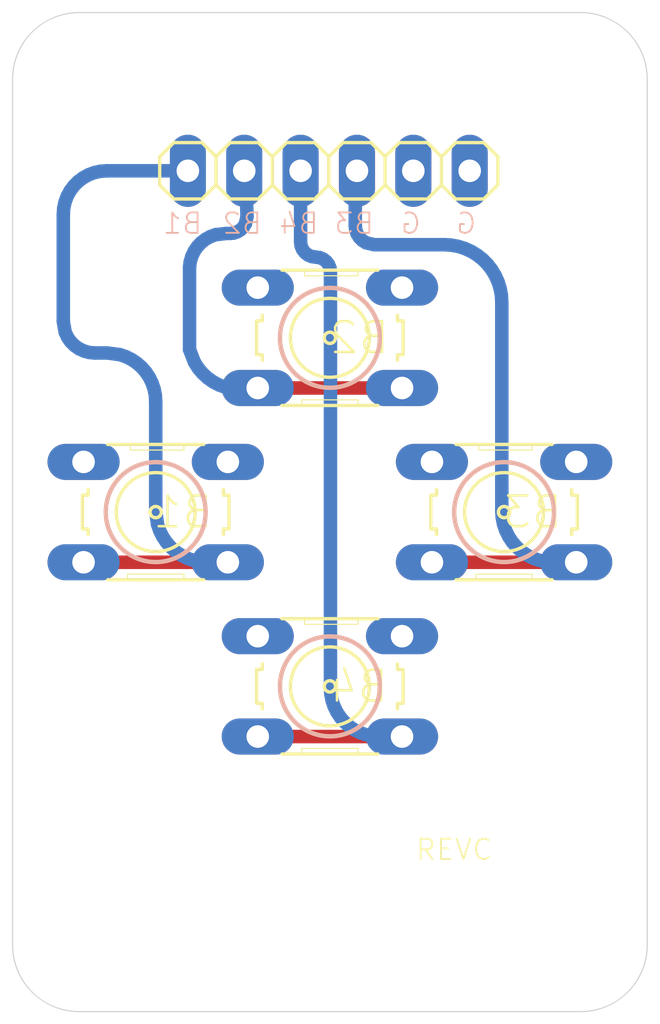
<source format=kicad_pcb>
(kicad_pcb (version 20211014) (generator pcbnew)
  (layers (0 "F.Cu" signal) (1 "In1.Cu" signal) (2 "In2.Cu" signal) (3 "In3.Cu" signal) (4 "In4.Cu" signal) (5 "In5.Cu" signal) (6 "In6.Cu" signal) (7 "In7.Cu" signal) (8 "In8.Cu" signal) (9 "In9.Cu" signal) (10 "In10.Cu" signal) (11 "In11.Cu" signal) (12 "In12.Cu" signal) (13 "In13.Cu" signal) (14 "In14.Cu" signal) (31 "B.Cu" signal) (34 "B.Paste" user) (35 "F.Paste" user) (36 "B.SilkS" user "B.Silkscreen") (37 "F.SilkS" user "F.Silkscreen") (38 "B.Mask" user) (39 "F.Mask" user) (44 "Edge.Cuts" user))
  (net 0 "")
  (net 1 "GND")
  (net 2 "N$1")
  (net 3 "N$3")
  (net 4 "N$4")
  (net 5 "N$2")
  (footprint "" (layer "F.Cu") (at 148.5011 86.0036)
    (fp_text reference "@HOLE1" hide)
    (fp_text value "" (at 0 0) (layer "F.SilkS") (effects (font (size 1.27 1.27))))
    (pad "" np_thru_hole circle (at 0 0) (size 2.5 2.5) (drill 2.5) (layers *.Cu *.Mask))
  )
  (footprint "boardEagle:B3F-10XX" (layer "F.Cu") (at 140.6511 105.0036 180)
    (fp_text reference "B1" (at 0.2032 0) (layer "F.SilkS") (effects (font (size 1.3857 1.3857) (thickness 0.1143)) (justify right mirror)))
    (fp_text value "")
    (fp_line (start 1.143 2.794) (end 1.143 3.048) (layer "F.SilkS") (width 0.0508))
    (fp_line (start 1.27 -2.794) (end -1.27 -2.794) (layer "F.SilkS") (width 0.0508))
    (fp_line (start -3.048 0.762) (end -3.302 0.762) (layer "F.SilkS") (width 0.1524))
    (fp_line (start 2.159 -3.048) (end 1.27 -3.048) (layer "F.SilkS") (width 0.1524))
    (fp_line (start -1.27 -3.048) (end -1.27 -2.794) (layer "F.SilkS") (width 0.0508))
    (fp_line (start 1.143 2.794) (end -1.27 2.794) (layer "F.SilkS") (width 0.0508))
    (fp_line (start 3.302 0.762) (end 3.302 -0.762) (layer "F.SilkS") (width 0.1524))
    (fp_line (start 3.048 -0.762) (end 3.302 -0.762) (layer "F.SilkS") (width 0.1524))
    (fp_line (start -3.048 0.762) (end -3.048 1.016) (layer "F.SilkS") (width 0.1524))
    (fp_line (start -3.048 -0.762) (end -3.048 -1.016) (layer "F.SilkS") (width 0.1524))
    (fp_line (start -1.27 2.794) (end -1.27 3.048) (layer "F.SilkS") (width 0.0508))
    (fp_line (start 1.27 -2.794) (end 1.27 -3.048) (layer "F.SilkS") (width 0.0508))
    (fp_line (start 3.048 -0.762) (end 3.048 -1.016) (layer "F.SilkS") (width 0.1524))
    (fp_line (start -1.27 3.048) (end 1.143 3.048) (layer "F.SilkS") (width 0.1524))
    (fp_line (start -2.159 3.048) (end -1.27 3.048) (layer "F.SilkS") (width 0.1524))
    (fp_line (start 3.302 0.762) (end 3.048 0.762) (layer "F.SilkS") (width 0.1524))
    (fp_line (start -3.302 -0.762) (end -3.302 0.762) (layer "F.SilkS") (width 0.1524))
    (fp_line (start 1.27 -3.048) (end -1.27 -3.048) (layer "F.SilkS") (width 0.1524))
    (fp_line (start -1.27 -3.048) (end -2.159 -3.048) (layer "F.SilkS") (width 0.1524))
    (fp_line (start 1.143 3.048) (end 2.159 3.048) (layer "F.SilkS") (width 0.1524))
    (fp_line (start -3.302 -0.762) (end -3.048 -0.762) (layer "F.SilkS") (width 0.1524))
    (fp_line (start 3.048 0.762) (end 3.048 1.016) (layer "F.SilkS") (width 0.1524))
    (fp_circle (center 0 0) (end 1.778 0) (layer "F.SilkS") (width 0.1524) (fill none))
    (fp_circle (center 0 0) (end 0.254 0) (layer "F.SilkS") (width 0.1524) (fill none))
    (pad "1" thru_hole oval (at -3.2512 -2.2606 180) (size 3.2512 1.6256) (drill 1.016) (layers *.Cu *.Mask) (net 2 "N$1"))
    (pad "2" thru_hole oval (at 3.2512 -2.2606 180) (size 3.2512 1.6256) (drill 1.016) (layers *.Cu *.Mask) (net 2 "N$1"))
    (pad "3" thru_hole oval (at -3.2512 2.2606 180) (size 3.2512 1.6256) (drill 1.016) (layers *.Cu *.Mask) (net 1 "GND"))
    (pad "4" thru_hole oval (at 3.2512 2.2606 180) (size 3.2512 1.6256) (drill 1.016) (layers *.Cu *.Mask) (net 1 "GND"))
  )
  (footprint "boardEagle:B3F-10XX" (layer "F.Cu") (at 148.5011 97.1536 180)
    (fp_text reference "B2" (at 0.1016 0) (layer "F.SilkS") (effects (font (size 1.3857 1.3857) (thickness 0.1143)) (justify right mirror)))
    (fp_text value "")
    (fp_line (start 2.159 -3.048) (end 1.27 -3.048) (layer "F.SilkS") (width 0.1524))
    (fp_line (start -3.302 -0.762) (end -3.302 0.762) (layer "F.SilkS") (width 0.1524))
    (fp_line (start -1.27 -3.048) (end -2.159 -3.048) (layer "F.SilkS") (width 0.1524))
    (fp_line (start 1.27 -2.794) (end 1.27 -3.048) (layer "F.SilkS") (width 0.0508))
    (fp_line (start 3.048 0.762) (end 3.048 1.016) (layer "F.SilkS") (width 0.1524))
    (fp_line (start 1.27 -3.048) (end -1.27 -3.048) (layer "F.SilkS") (width 0.1524))
    (fp_line (start -2.159 3.048) (end -1.27 3.048) (layer "F.SilkS") (width 0.1524))
    (fp_line (start 1.143 3.048) (end 2.159 3.048) (layer "F.SilkS") (width 0.1524))
    (fp_line (start 3.048 -0.762) (end 3.048 -1.016) (layer "F.SilkS") (width 0.1524))
    (fp_line (start -3.048 0.762) (end -3.048 1.016) (layer "F.SilkS") (width 0.1524))
    (fp_line (start -3.048 0.762) (end -3.302 0.762) (layer "F.SilkS") (width 0.1524))
    (fp_line (start 1.143 2.794) (end -1.27 2.794) (layer "F.SilkS") (width 0.0508))
    (fp_line (start 1.143 2.794) (end 1.143 3.048) (layer "F.SilkS") (width 0.0508))
    (fp_line (start 1.27 -2.794) (end -1.27 -2.794) (layer "F.SilkS") (width 0.0508))
    (fp_line (start 3.302 0.762) (end 3.302 -0.762) (layer "F.SilkS") (width 0.1524))
    (fp_line (start -3.302 -0.762) (end -3.048 -0.762) (layer "F.SilkS") (width 0.1524))
    (fp_line (start -1.27 -3.048) (end -1.27 -2.794) (layer "F.SilkS") (width 0.0508))
    (fp_line (start 3.302 0.762) (end 3.048 0.762) (layer "F.SilkS") (width 0.1524))
    (fp_line (start -3.048 -0.762) (end -3.048 -1.016) (layer "F.SilkS") (width 0.1524))
    (fp_line (start 3.048 -0.762) (end 3.302 -0.762) (layer "F.SilkS") (width 0.1524))
    (fp_line (start -1.27 3.048) (end 1.143 3.048) (layer "F.SilkS") (width 0.1524))
    (fp_line (start -1.27 2.794) (end -1.27 3.048) (layer "F.SilkS") (width 0.0508))
    (fp_circle (center 0 0) (end 1.778 0) (layer "F.SilkS") (width 0.1524) (fill none))
    (fp_circle (center 0 0) (end 0.254 0) (layer "F.SilkS") (width 0.1524) (fill none))
    (pad "1" thru_hole oval (at -3.2512 -2.2606 180) (size 3.2512 1.6256) (drill 1.016) (layers *.Cu *.Mask) (net 5 "N$2"))
    (pad "2" thru_hole oval (at 3.2512 -2.2606 180) (size 3.2512 1.6256) (drill 1.016) (layers *.Cu *.Mask) (net 5 "N$2"))
    (pad "3" thru_hole oval (at -3.2512 2.2606 180) (size 3.2512 1.6256) (drill 1.016) (layers *.Cu *.Mask) (net 1 "GND"))
    (pad "4" thru_hole oval (at 3.2512 2.2606 180) (size 3.2512 1.6256) (drill 1.016) (layers *.Cu *.Mask) (net 1 "GND"))
  )
  (footprint "boardEagle:B3F-10XX" (layer "F.Cu") (at 148.5011 112.8536 180)
    (fp_text reference "B4" (at 0.1524 0) (layer "F.SilkS") (effects (font (size 1.3857 1.3857) (thickness 0.1143)) (justify right mirror)))
    (fp_text value "")
    (fp_line (start 3.048 0.762) (end 3.048 1.016) (layer "F.SilkS") (width 0.1524))
    (fp_line (start 1.143 3.048) (end 2.159 3.048) (layer "F.SilkS") (width 0.1524))
    (fp_line (start 1.143 2.794) (end 1.143 3.048) (layer "F.SilkS") (width 0.0508))
    (fp_line (start 3.302 0.762) (end 3.048 0.762) (layer "F.SilkS") (width 0.1524))
    (fp_line (start -3.048 0.762) (end -3.048 1.016) (layer "F.SilkS") (width 0.1524))
    (fp_line (start 3.048 -0.762) (end 3.302 -0.762) (layer "F.SilkS") (width 0.1524))
    (fp_line (start 1.27 -3.048) (end -1.27 -3.048) (layer "F.SilkS") (width 0.1524))
    (fp_line (start -3.302 -0.762) (end -3.048 -0.762) (layer "F.SilkS") (width 0.1524))
    (fp_line (start -3.302 -0.762) (end -3.302 0.762) (layer "F.SilkS") (width 0.1524))
    (fp_line (start 1.27 -2.794) (end -1.27 -2.794) (layer "F.SilkS") (width 0.0508))
    (fp_line (start 2.159 -3.048) (end 1.27 -3.048) (layer "F.SilkS") (width 0.1524))
    (fp_line (start -1.27 3.048) (end 1.143 3.048) (layer "F.SilkS") (width 0.1524))
    (fp_line (start 1.143 2.794) (end -1.27 2.794) (layer "F.SilkS") (width 0.0508))
    (fp_line (start 3.048 -0.762) (end 3.048 -1.016) (layer "F.SilkS") (width 0.1524))
    (fp_line (start -3.048 0.762) (end -3.302 0.762) (layer "F.SilkS") (width 0.1524))
    (fp_line (start 3.302 0.762) (end 3.302 -0.762) (layer "F.SilkS") (width 0.1524))
    (fp_line (start -1.27 -3.048) (end -2.159 -3.048) (layer "F.SilkS") (width 0.1524))
    (fp_line (start 1.27 -2.794) (end 1.27 -3.048) (layer "F.SilkS") (width 0.0508))
    (fp_line (start -1.27 -3.048) (end -1.27 -2.794) (layer "F.SilkS") (width 0.0508))
    (fp_line (start -3.048 -0.762) (end -3.048 -1.016) (layer "F.SilkS") (width 0.1524))
    (fp_line (start -2.159 3.048) (end -1.27 3.048) (layer "F.SilkS") (width 0.1524))
    (fp_line (start -1.27 2.794) (end -1.27 3.048) (layer "F.SilkS") (width 0.0508))
    (fp_circle (center 0 0) (end 1.778 0) (layer "F.SilkS") (width 0.1524) (fill none))
    (fp_circle (center 0 0) (end 0.254 0) (layer "F.SilkS") (width 0.1524) (fill none))
    (pad "1" thru_hole oval (at -3.2512 -2.2606 180) (size 3.2512 1.6256) (drill 1.016) (layers *.Cu *.Mask) (net 4 "N$4"))
    (pad "2" thru_hole oval (at 3.2512 -2.2606 180) (size 3.2512 1.6256) (drill 1.016) (layers *.Cu *.Mask) (net 4 "N$4"))
    (pad "3" thru_hole oval (at -3.2512 2.2606 180) (size 3.2512 1.6256) (drill 1.016) (layers *.Cu *.Mask) (net 1 "GND"))
    (pad "4" thru_hole oval (at 3.2512 2.2606 180) (size 3.2512 1.6256) (drill 1.016) (layers *.Cu *.Mask) (net 1 "GND"))
  )
  (footprint "boardEagle:B3F-10XX" (layer "F.Cu") (at 156.3511 105.0036 180)
    (fp_text reference "B3" (at 0.1524 0) (layer "F.SilkS") (effects (font (size 1.3857 1.3857) (thickness 0.1143)) (justify right mirror)))
    (fp_text value "")
    (fp_line (start 2.159 -3.048) (end 1.27 -3.048) (layer "F.SilkS") (width 0.1524))
    (fp_line (start 1.143 2.794) (end -1.27 2.794) (layer "F.SilkS") (width 0.0508))
    (fp_line (start 1.143 2.794) (end 1.143 3.048) (layer "F.SilkS") (width 0.0508))
    (fp_line (start -2.159 3.048) (end -1.27 3.048) (layer "F.SilkS") (width 0.1524))
    (fp_line (start 1.27 -3.048) (end -1.27 -3.048) (layer "F.SilkS") (width 0.1524))
    (fp_line (start -1.27 -3.048) (end -2.159 -3.048) (layer "F.SilkS") (width 0.1524))
    (fp_line (start -3.302 -0.762) (end -3.302 0.762) (layer "F.SilkS") (width 0.1524))
    (fp_line (start -1.27 3.048) (end 1.143 3.048) (layer "F.SilkS") (width 0.1524))
    (fp_line (start 1.27 -2.794) (end -1.27 -2.794) (layer "F.SilkS") (width 0.0508))
    (fp_line (start -3.048 -0.762) (end -3.048 -1.016) (layer "F.SilkS") (width 0.1524))
    (fp_line (start -3.302 -0.762) (end -3.048 -0.762) (layer "F.SilkS") (width 0.1524))
    (fp_line (start 1.27 -2.794) (end 1.27 -3.048) (layer "F.SilkS") (width 0.0508))
    (fp_line (start -1.27 2.794) (end -1.27 3.048) (layer "F.SilkS") (width 0.0508))
    (fp_line (start 3.048 -0.762) (end 3.302 -0.762) (layer "F.SilkS") (width 0.1524))
    (fp_line (start 3.302 0.762) (end 3.048 0.762) (layer "F.SilkS") (width 0.1524))
    (fp_line (start 3.302 0.762) (end 3.302 -0.762) (layer "F.SilkS") (width 0.1524))
    (fp_line (start 3.048 -0.762) (end 3.048 -1.016) (layer "F.SilkS") (width 0.1524))
    (fp_line (start 3.048 0.762) (end 3.048 1.016) (layer "F.SilkS") (width 0.1524))
    (fp_line (start -3.048 0.762) (end -3.302 0.762) (layer "F.SilkS") (width 0.1524))
    (fp_line (start -1.27 -3.048) (end -1.27 -2.794) (layer "F.SilkS") (width 0.0508))
    (fp_line (start 1.143 3.048) (end 2.159 3.048) (layer "F.SilkS") (width 0.1524))
    (fp_line (start -3.048 0.762) (end -3.048 1.016) (layer "F.SilkS") (width 0.1524))
    (fp_circle (center 0 0) (end 0.254 0) (layer "F.SilkS") (width 0.1524) (fill none))
    (fp_circle (center 0 0) (end 1.778 0) (layer "F.SilkS") (width 0.1524) (fill none))
    (pad "1" thru_hole oval (at -3.2512 -2.2606 180) (size 3.2512 1.6256) (drill 1.016) (layers *.Cu *.Mask) (net 3 "N$3"))
    (pad "2" thru_hole oval (at 3.2512 -2.2606 180) (size 3.2512 1.6256) (drill 1.016) (layers *.Cu *.Mask) (net 3 "N$3"))
    (pad "3" thru_hole oval (at -3.2512 2.2606 180) (size 3.2512 1.6256) (drill 1.016) (layers *.Cu *.Mask) (net 1 "GND"))
    (pad "4" thru_hole oval (at 3.2512 2.2606 180) (size 3.2512 1.6256) (drill 1.016) (layers *.Cu *.Mask) (net 1 "GND"))
  )
  (footprint "boardEagle:1X06" (layer "F.Cu") (at 148.4511 89.6306)
    (fp_text reference "HEADER0" hide)
    (fp_text value "")
    (fp_line (start 0 -0.635) (end 0 0.635) (layer "F.SilkS") (width 0.1524))
    (fp_line (start 3.175 -1.27) (end 4.445 -1.27) (layer "F.SilkS") (width 0.1524))
    (fp_line (start -0.635 -1.27) (end 0 -0.635) (layer "F.SilkS") (width 0.1524))
    (fp_line (start 0 0.635) (end 0.635 1.27) (layer "F.SilkS") (width 0.1524))
    (fp_line (start -5.08 0.635) (end -5.715 1.27) (layer "F.SilkS") (width 0.1524))
    (fp_line (start -5.715 -1.27) (end -5.08 -0.635) (layer "F.SilkS") (width 0.1524))
    (fp_line (start -2.54 -0.635) (end -1.905 -1.27) (layer "F.SilkS") (width 0.1524))
    (fp_line (start 5.08 -0.635) (end 5.08 0.635) (layer "F.SilkS") (width 0.1524))
    (fp_line (start -6.985 -1.27) (end -7.62 -0.635) (layer "F.SilkS") (width 0.1524))
    (fp_line (start -4.445 1.27) (end -5.08 0.635) (layer "F.SilkS") (width 0.1524))
    (fp_line (start 2.54 -0.635) (end 3.175 -1.27) (layer "F.SilkS") (width 0.1524))
    (fp_line (start -5.08 -0.635) (end -5.08 0.635) (layer "F.SilkS") (width 0.1524))
    (fp_line (start 1.905 -1.27) (end 2.54 -0.635) (layer "F.SilkS") (width 0.1524))
    (fp_line (start 2.54 0.635) (end 1.905 1.27) (layer "F.SilkS") (width 0.1524))
    (fp_line (start -5.715 1.27) (end -6.985 1.27) (layer "F.SilkS") (width 0.1524))
    (fp_line (start 0.635 -1.27) (end 1.905 -1.27) (layer "F.SilkS") (width 0.1524))
    (fp_line (start -2.54 -0.635) (end -2.54 0.635) (layer "F.SilkS") (width 0.1524))
    (fp_line (start 0 0.635) (end -0.635 1.27) (layer "F.SilkS") (width 0.1524))
    (fp_line (start -7.62 -0.635) (end -7.62 0.635) (layer "F.SilkS") (width 0.1524))
    (fp_line (start 7.62 -0.635) (end 7.62 0.635) (layer "F.SilkS") (width 0.1524))
    (fp_line (start -0.635 1.27) (end -1.905 1.27) (layer "F.SilkS") (width 0.1524))
    (fp_line (start 7.62 0.635) (end 6.985 1.27) (layer "F.SilkS") (width 0.1524))
    (fp_line (start 2.54 -0.635) (end 2.54 0.635) (layer "F.SilkS") (width 0.1524))
    (fp_line (start -6.985 -1.27) (end -5.715 -1.27) (layer "F.SilkS") (width 0.1524))
    (fp_line (start 5.08 0.635) (end 5.715 1.27) (layer "F.SilkS") (width 0.1524))
    (fp_line (start 6.985 -1.27) (end 7.62 -0.635) (layer "F.SilkS") (width 0.1524))
    (fp_line (start 5.715 -1.27) (end 5.08 -0.635) (layer "F.SilkS") (width 0.1524))
    (fp_line (start 6.985 1.27) (end 5.715 1.27) (layer "F.SilkS") (width 0.1524))
    (fp_line (start 1.905 1.27) (end 0.635 1.27) (layer "F.SilkS") (width 0.1524))
    (fp_line (start 4.445 -1.27) (end 5.08 -0.635) (layer "F.SilkS") (width 0.1524))
    (fp_line (start 5.715 -1.27) (end 6.985 -1.27) (layer "F.SilkS") (width 0.1524))
    (fp_line (start -1.905 1.27) (end -2.54 0.635) (layer "F.SilkS") (width 0.1524))
    (fp_line (start 3.175 1.27) (end 2.54 0.635) (layer "F.SilkS") (width 0.1524))
    (fp_line (start -7.62 0.635) (end -6.985 1.27) (layer "F.SilkS") (width 0.1524))
    (fp_line (start 0.635 -1.27) (end 0 -0.635) (layer "F.SilkS") (width 0.1524))
    (fp_line (start 4.445 1.27) (end 3.175 1.27) (layer "F.SilkS") (width 0.1524))
    (fp_line (start -4.445 -1.27) (end -3.175 -1.27) (layer "F.SilkS") (width 0.1524))
    (fp_line (start 5.08 0.635) (end 4.445 1.27) (layer "F.SilkS") (width 0.1524))
    (fp_line (start -3.175 1.27) (end -4.445 1.27) (layer "F.SilkS") (width 0.1524))
    (fp_line (start -2.54 0.635) (end -3.175 1.27) (layer "F.SilkS") (width 0.1524))
    (fp_line (start -3.175 -1.27) (end -2.54 -0.635) (layer "F.SilkS") (width 0.1524))
    (fp_line (start -1.905 -1.27) (end -0.635 -1.27) (layer "F.SilkS") (width 0.1524))
    (fp_line (start -5.08 -0.635) (end -4.445 -1.27) (layer "F.SilkS") (width 0.1524))
    (pad "1" thru_hole oval (at -6.35 0 90) (size 3.2512 1.6256) (drill 1.016) (layers *.Cu *.Mask) (net 2 "N$1"))
    (pad "2" thru_hole oval (at -3.81 0 90) (size 3.2512 1.6256) (drill 1.016) (layers *.Cu *.Mask) (net 5 "N$2"))
    (pad "3" thru_hole oval (at -1.27 0 90) (size 3.2512 1.6256) (drill 1.016) (layers *.Cu *.Mask) (net 4 "N$4"))
    (pad "4" thru_hole oval (at 1.27 0 90) (size 3.2512 1.6256) (drill 1.016) (layers *.Cu *.Mask) (net 3 "N$3"))
    (pad "5" thru_hole oval (at 3.81 0 90) (size 3.2512 1.6256) (drill 1.016) (layers *.Cu *.Mask) (net 1 "GND"))
    (pad "6" thru_hole oval (at 6.35 0 90) (size 3.2512 1.6256) (drill 1.016) (layers *.Cu *.Mask) (net 1 "GND"))
  )
  (footprint "" (layer "F.Cu") (at 148.5011 124.0036)
    (fp_text reference "@HOLE0" hide)
    (fp_text value "" (at 0 0) (layer "F.SilkS") (effects (font (size 1.27 1.27))))
    (pad "" np_thru_hole circle (at 0 0) (size 2.5 2.5) (drill 2.5) (layers *.Cu *.Mask))
  )
  (gr_circle (center 148.5011 112.8536) (end 150.7511 112.8536) (layer "B.SilkS") (width 0.2) (fill none))
  (gr_circle (center 140.6511 105.0036) (end 142.9011 105.0036) (layer "B.SilkS") (width 0.2) (fill none))
  (gr_circle (center 148.5011 97.1536) (end 150.7511 97.1536) (layer "B.SilkS") (width 0.2) (fill none))
  (gr_circle (center 156.3511 105.0036) (end 158.6011 105.0036) (layer "B.SilkS") (width 0.2) (fill none))
  (gr_line (start 162.8011 85.5036) (end 162.8011 124.5036) (layer "Edge.Cuts") (width 0.05))
  (gr_arc (start 137.2011 127.5036) (mid 135.07978 126.62492) (end 134.2011 124.5036) (layer "Edge.Cuts") (width 0.05))
  (gr_arc (start 162.8011 124.5036) (mid 161.92242 126.62492) (end 159.8011 127.5036) (layer "Edge.Cuts") (width 0.05))
  (gr_arc (start 134.2011 85.5036) (mid 135.07978 83.38228) (end 137.2011 82.5036) (layer "Edge.Cuts") (width 0.05))
  (gr_line (start 137.2011 82.5036) (end 159.8011 82.5036) (layer "Edge.Cuts") (width 0.05))
  (gr_arc (start 159.8011 82.5036) (mid 161.92242 83.38228) (end 162.8011 85.5036) (layer "Edge.Cuts") (width 0.05))
  (gr_line (start 134.2011 124.5036) (end 134.2011 85.5036) (layer "Edge.Cuts") (width 0.05))
  (gr_line (start 159.8011 127.5036) (end 137.2011 127.5036) (layer "Edge.Cuts") (width 0.05))
  (gr_text "B3" (at 149.5995 92.0036) (layer "B.SilkS") (effects (font (size 0.92 0.92) (thickness 0.08)) (justify mirror)))
  (gr_text "B4" (at 147.0995 92.0036) (layer "B.SilkS") (effects (font (size 0.92 0.92) (thickness 0.08)) (justify mirror)))
  (gr_text "B2" (at 144.5503 92.0036) (layer "B.SilkS") (effects (font (size 0.92 0.92) (thickness 0.08)) (justify mirror)))
  (gr_text "G" (at 154.6487 92.0036) (layer "B.SilkS") (effects (font (size 0.92 0.92) (thickness 0.08)) (justify mirror)))
  (gr_text "G" (at 152.1503 92.0036) (layer "B.SilkS") (effects (font (size 0.92 0.92) (thickness 0.08)) (justify mirror)))
  (gr_text "B1" (at 141.8579 92.0036) (layer "B.SilkS") (effects (font (size 0.92 0.92) (thickness 0.08)) (justify mirror)))
  (gr_text "REVC" (at 152.3187 120.7496) (layer "F.SilkS") (effects (font (size 0.92 0.92) (thickness 0.08)) (justify left bottom)))
  (segment (start 137.3999 107.2642) (end 143.9023 107.2642) (width 0.6096) (layer "F.Cu") (net 2))
  (segment (start 138.4445 89.6306) (end 138.165933 89.650524) (width 0.6096) (layer "B.Cu") (net 2))
  (segment (start 137.38625 89.94133) (end 137.162676 90.108696) (width 0.6096) (layer "B.Cu") (net 2))
  (segment (start 137.893037 89.709888) (end 137.631367 89.807486) (width 0.6096) (layer "B.Cu") (net 2))
  (segment (start 140.962958 106.1063) (end 140.82898 105.834618) (width 0.6096) (layer "B.Cu") (net 2))
  (segment (start 136.572881 96.900489) (end 136.4871 96.414) (width 0.6096) (layer "B.Cu") (net 2))
  (segment (start 136.663986 90.774867) (end 136.566388 91.036537) (width 0.6096) (layer "B.Cu") (net 2))
  (segment (start 137.1983 97.645835) (end 136.995199 97.503622) (width 0.6096) (layer "B.Cu") (net 2))
  (segment (start 142.369127 107.185291) (end 142.082282 107.08792) (width 0.6096) (layer "B.Cu") (net 2))
  (segment (start 140.634012 99.735679) (end 140.578268 99.455436) (width 0.6096) (layer "B.Cu") (net 2))
  (segment (start 136.677665 97.1252) (end 136.572881 96.900489) (width 0.6096) (layer "B.Cu") (net 2))
  (segment (start 140.82898 105.834618) (end 140.731609 105.547773) (width 0.6096) (layer "B.Cu") (net 2))
  (segment (start 142.1011 89.6306) (end 138.4445 89.6306) (width 0.6096) (layer "B.Cu") (net 2))
  (segment (start 140.486422 99.184866) (end 140.360046 98.9286) (width 0.6096) (layer "B.Cu") (net 2))
  (segment (start 141.8106 106.953942) (end 141.55873 106.785648) (width 0.6096) (layer "B.Cu") (net 2))
  (segment (start 141.131252 106.35817) (end 140.962958 106.1063) (width 0.6096) (layer "B.Cu") (net 2))
  (segment (start 140.731609 105.547773) (end 140.6527 104.9484) (width 0.6096) (layer "B.Cu") (net 2))
  (segment (start 137.9095 97.8364) (end 137.662503 97.814791) (width 0.6096) (layer "B.Cu") (net 2))
  (segment (start 137.631367 89.807486) (end 137.38625 89.94133) (width 0.6096) (layer "B.Cu") (net 2))
  (segment (start 137.9095 97.8364) (end 137.9095 97.8364) (width 0.6096) (layer "B.Cu") (net 2))
  (segment (start 136.965196 90.306176) (end 136.79783 90.52975) (width 0.6096) (layer "B.Cu") (net 2))
  (segment (start 138.4445 89.6306) (end 138.4445 89.6306) (width 0.6096) (layer "B.Cu") (net 2))
  (segment (start 138.165933 89.650524) (end 137.893037 89.709888) (width 0.6096) (layer "B.Cu") (net 2))
  (segment (start 139.798078 98.287799) (end 139.5605 98.129054) (width 0.6096) (layer "B.Cu") (net 2))
  (segment (start 136.507024 91.309433) (end 136.4871 91.588) (width 0.6096) (layer "B.Cu") (net 2))
  (segment (start 140.578268 99.455436) (end 140.486422 99.184866) (width 0.6096) (layer "B.Cu") (net 2))
  (segment (start 137.162676 90.108696) (end 136.965196 90.306176) (width 0.6096) (layer "B.Cu") (net 2))
  (segment (start 140.6527 104.9484) (end 140.6527 100.0208) (width 0.6096) (layer "B.Cu") (net 2))
  (segment (start 140.201301 98.691022) (end 140.012904 98.476196) (width 0.6096) (layer "B.Cu") (net 2))
  (segment (start 139.033664 97.910832) (end 138.4683 97.8364) (width 0.6096) (layer "B.Cu") (net 2))
  (segment (start 141.330982 106.585918) (end 141.131252 106.35817) (width 0.6096) (layer "B.Cu") (net 2))
  (segment (start 137.423011 97.750619) (end 137.1983 97.645835) (width 0.6096) (layer "B.Cu") (net 2))
  (segment (start 136.4871 96.414) (end 136.4871 91.588) (width 0.6096) (layer "B.Cu") (net 2))
  (segment (start 142.082282 107.08792) (end 141.8106 106.953942) (width 0.6096) (layer "B.Cu") (net 2))
  (segment (start 136.566388 91.036537) (end 136.507024 91.309433) (width 0.6096) (layer "B.Cu") (net 2))
  (segment (start 136.79783 90.52975) (end 136.663986 90.774867) (width 0.6096) (layer "B.Cu") (net 2))
  (segment (start 139.5605 98.129054) (end 139.304234 98.002678) (width 0.6096) (layer "B.Cu") (net 2))
  (segment (start 136.995199 97.503622) (end 136.819878 97.328301) (width 0.6096) (layer "B.Cu") (net 2))
  (segment (start 142.9685 107.2642) (end 142.9685 107.2642) (width 0.6096) (layer "B.Cu") (net 2))
  (segment (start 142.666227 107.244388) (end 142.369127 107.185291) (width 0.6096) (layer "B.Cu") (net 2))
  (segment (start 136.819878 97.328301) (end 136.677665 97.1252) (width 0.6096) (layer "B.Cu") (net 2))
  (segment (start 140.360046 98.9286) (end 140.201301 98.691022) (width 0.6096) (layer "B.Cu") (net 2))
  (segment (start 140.6527 100.0208) (end 140.634012 99.735679) (width 0.6096) (layer "B.Cu") (net 2))
  (segment (start 143.9023 107.2642) (end 142.9685 107.2642) (width 0.6096) (layer "B.Cu") (net 2))
  (segment (start 140.012904 98.476196) (end 139.798078 98.287799) (width 0.6096) (layer "B.Cu") (net 2))
  (segment (start 141.55873 106.785648) (end 141.330982 106.585918) (width 0.6096) (layer "B.Cu") (net 2))
  (segment (start 140.6527 100.0208) (end 140.6527 100.0208) (width 0.6096) (layer "B.Cu") (net 2))
  (segment (start 138.4683 97.8364) (end 137.9095 97.8364) (width 0.6096) (layer "B.Cu") (net 2))
  (segment (start 137.662503 97.814791) (end 137.423011 97.750619) (width 0.6096) (layer "B.Cu") (net 2))
  (segment (start 139.304234 98.002678) (end 139.033664 97.910832) (width 0.6096) (layer "B.Cu") (net 2))
  (segment (start 142.9685 107.2642) (end 142.666227 107.244388) (width 0.6096) (layer "B.Cu") (net 2))
  (segment (start 153.0999 107.2642) (end 159.6023 107.2642) (width 0.6096) (layer "F.Cu") (net 3))
  (segment (start 155.596742 93.832382) (end 155.789687 94.078658) (width 0.6096) (layer "B.Cu") (net 3))
  (segment (start 156.327209 105.547773) (end 156.42458 105.834618) (width 0.6096) (layer "B.Cu") (net 3))
  (segment (start 154.57621 93.12796) (end 154.861505 93.256361) (width 0.6096) (layer "B.Cu") (net 3))
  (segment (start 156.42458 105.834618) (end 156.558558 106.1063) (width 0.6096) (layer "B.Cu") (net 3))
  (segment (start 156.268112 105.250673) (end 156.327209 105.547773) (width 0.6096) (layer "B.Cu") (net 3))
  (segment (start 156.558558 106.1063) (end 156.726852 106.35817) (width 0.6096) (layer "B.Cu") (net 3))
  (segment (start 155.951539 94.346395) (end 156.07994 94.63169) (width 0.6096) (layer "B.Cu") (net 3))
  (segment (start 154.861505 93.256361) (end 155.129242 93.418213) (width 0.6096) (layer "B.Cu") (net 3))
  (segment (start 156.2483 104.9484) (end 156.2483 104.9484) (width 0.6096) (layer "B.Cu") (net 3))
  (segment (start 157.15433 106.785648) (end 157.4062 106.953942) (width 0.6096) (layer "B.Cu") (net 3))
  (segment (start 149.969454 92.77119) (end 150.133198 92.874077) (width 0.6096) (layer "B.Cu") (net 3))
  (segment (start 153.969786 92.97849) (end 154.277519 93.034884) (width 0.6096) (layer "B.Cu") (net 3))
  (segment (start 149.729823 92.470702) (end 149.83271 92.634446) (width 0.6096) (layer "B.Cu") (net 3))
  (segment (start 153.6575 92.9596) (end 153.6575 92.9596) (width 0.6096) (layer "B.Cu") (net 3))
  (segment (start 150.133198 92.874077) (end 150.5079 92.9596) (width 0.6096) (layer "B.Cu") (net 3))
  (segment (start 156.22941 95.238114) (end 156.2483 95.5504) (width 0.6096) (layer "B.Cu") (net 3))
  (segment (start 157.677882 107.08792) (end 157.964727 107.185291) (width 0.6096) (layer "B.Cu") (net 3))
  (segment (start 156.07994 94.63169) (end 156.173016 94.930381) (width 0.6096) (layer "B.Cu") (net 3))
  (segment (start 156.173016 94.930381) (end 156.22941 95.238114) (width 0.6096) (layer "B.Cu") (net 3))
  (segment (start 149.83271 92.634446) (end 149.969454 92.77119) (width 0.6096) (layer "B.Cu") (net 3))
  (segment (start 155.789687 94.078658) (end 155.951539 94.346395) (width 0.6096) (layer "B.Cu") (net 3))
  (segment (start 149.7211 89.6306) (end 149.6443 89.7074) (width 0.6096) (layer "B.Cu") (net 3))
  (segment (start 150.5079 92.9596) (end 153.6575 92.9596) (width 0.6096) (layer "B.Cu") (net 3))
  (segment (start 149.6443 89.7074) (end 149.6443 92.096) (width 0.6096) (layer "B.Cu") (net 3))
  (segment (start 149.6443 92.096) (end 149.6443 92.096) (width 0.6096) (layer "B.Cu") (net 3))
  (segment (start 155.129242 93.418213) (end 155.375518 93.611158) (width 0.6096) (layer "B.Cu") (net 3))
  (segment (start 157.4062 106.953942) (end 157.677882 107.08792) (width 0.6096) (layer "B.Cu") (net 3))
  (segment (start 156.926582 106.585918) (end 157.15433 106.785648) (width 0.6096) (layer "B.Cu") (net 3))
  (segment (start 157.964727 107.185291) (end 158.5641 107.2642) (width 0.6096) (layer "B.Cu") (net 3))
  (segment (start 149.6443 92.096) (end 149.665952 92.288169) (width 0.6096) (layer "B.Cu") (net 3))
  (segment (start 155.375518 93.611158) (end 155.596742 93.832382) (width 0.6096) (layer "B.Cu") (net 3))
  (segment (start 156.2483 95.5504) (end 156.2483 104.9484) (width 0.6096) (layer "B.Cu") (net 3))
  (segment (start 156.726852 106.35817) (end 156.926582 106.585918) (width 0.6096) (layer "B.Cu") (net 3))
  (segment (start 153.6575 92.9596) (end 153.969786 92.97849) (width 0.6096) (layer "B.Cu") (net 3))
  (segment (start 156.2483 104.9484) (end 156.268112 105.250673) (width 0.6096) (layer "B.Cu") (net 3))
  (segment (start 154.277519 93.034884) (end 154.57621 93.12796) (width 0.6096) (layer "B.Cu") (net 3))
  (segment (start 158.5641 107.2642) (end 159.6023 107.2642) (width 0.6096) (layer "B.Cu") (net 3))
  (segment (start 149.7211 89.6306) (end 149.7211 89.6306) (width 0.6096) (layer "B.Cu") (net 3))
  (segment (start 149.665952 92.288169) (end 149.729823 92.470702) (width 0.6096) (layer "B.Cu") (net 3))
  (segment (start 145.2499 115.1142) (end 151.7523 115.1142) (width 0.6096) (layer "F.Cu") (net 4))
  (segment (start 148.5267 112.924) (end 148.5267 94.1788) (width 0.6096) (layer "B.Cu") (net 4))
  (segment (start 147.204448 93.010543) (end 147.1811 92.8332) (width 0.6096) (layer "B.Cu") (net 4))
  (segment (start 148.545437 113.209878) (end 148.601329 113.490865) (width 0.6096) (layer "B.Cu") (net 4))
  (segment (start 148.5267 94.1788) (end 148.504197 94.007876) (width 0.6096) (layer "B.Cu") (net 4))
  (segment (start 148.820131 114.0191) (end 148.979298 114.257309) (width 0.6096) (layer "B.Cu") (net 4))
  (segment (start 148.333273 93.711827) (end 148.1965 93.606877) (width 0.6096) (layer "B.Cu") (net 4))
  (segment (start 148.5267 94.1788) (end 148.5267 94.1788) (width 0.6096) (layer "B.Cu") (net 4))
  (segment (start 150.7169 115.1142) (end 151.7523 115.1142) (width 0.6096) (layer "B.Cu") (net 4))
  (segment (start 148.037224 93.540903) (end 147.8663 93.5184) (width 0.6096) (layer "B.Cu") (net 4))
  (segment (start 150.150035 115.039571) (end 150.7169 115.1142) (width 0.6096) (layer "B.Cu") (net 4))
  (segment (start 147.8663 93.5184) (end 147.8663 93.5184) (width 0.6096) (layer "B.Cu") (net 4))
  (segment (start 148.504197 94.007876) (end 148.438223 93.8486) (width 0.6096) (layer "B.Cu") (net 4))
  (segment (start 147.1811 92.8332) (end 147.1811 89.6306) (width 0.6096) (layer "B.Cu") (net 4))
  (segment (start 147.8663 93.5184) (end 147.688957 93.495052) (width 0.6096) (layer "B.Cu") (net 4))
  (segment (start 147.5237 93.426601) (end 147.38179 93.31771) (width 0.6096) (layer "B.Cu") (net 4))
  (segment (start 147.688957 93.495052) (end 147.5237 93.426601) (width 0.6096) (layer "B.Cu") (net 4))
  (segment (start 148.5267 112.924) (end 148.5267 112.924) (width 0.6096) (layer "B.Cu") (net 4))
  (segment (start 147.272899 93.1758) (end 147.204448 93.010543) (width 0.6096) (layer "B.Cu") (net 4))
  (segment (start 147.38179 93.31771) (end 147.272899 93.1758) (width 0.6096) (layer "B.Cu") (net 4))
  (segment (start 148.693419 113.762153) (end 148.820131 114.0191) (width 0.6096) (layer "B.Cu") (net 4))
  (segment (start 148.5267 112.924) (end 148.545437 113.209878) (width 0.6096) (layer "B.Cu") (net 4))
  (segment (start 148.438223 93.8486) (end 148.333273 93.711827) (width 0.6096) (layer "B.Cu") (net 4))
  (segment (start 148.979298 114.257309) (end 149.168195 114.472705) (width 0.6096) (layer "B.Cu") (net 4))
  (segment (start 149.878747 114.947481) (end 150.150035 115.039571) (width 0.6096) (layer "B.Cu") (net 4))
  (segment (start 148.601329 113.490865) (end 148.693419 113.762153) (width 0.6096) (layer "B.Cu") (net 4))
  (segment (start 149.168195 114.472705) (end 149.383591 114.661602) (width 0.6096) (layer "B.Cu") (net 4))
  (segment (start 148.1965 93.606877) (end 148.037224 93.540903) (width 0.6096) (layer "B.Cu") (net 4))
  (segment (start 149.6218 114.820769) (end 149.878747 114.947481) (width 0.6096) (layer "B.Cu") (net 4))
  (segment (start 149.383591 114.661602) (end 149.6218 114.820769) (width 0.6096) (layer "B.Cu") (net 4))
  (segment (start 145.2499 99.4142) (end 151.7523 99.4142) (width 0.6096) (layer "F.Cu") (net 5))
  (segment (start 142.1767 97.684) (end 142.1767 93.9756) (width 0.6096) (layer "B.Cu") (net 5))
  (segment (start 142.208321 93.726212) (end 142.278566 93.48484) (width 0.6096) (layer "B.Cu") (net 5))
  (segment (start 142.897973 92.712422) (end 143.118319 92.591417) (width 0.6096) (layer "B.Cu") (net 5))
  (segment (start 144.782892 89.909918) (end 144.766167 89.803284) (width 0.6096) (layer "B.Cu") (net 5))
  (segment (start 144.766167 89.803284) (end 144.6411 89.6306) (width 0.6096) (layer "B.Cu") (net 5))
  (segment (start 142.5271 93.049579) (end 142.699269 92.866406) (width 0.6096) (layer "B.Cu") (net 5))
  (segment (start 143.118319 92.591417) (end 143.354882 92.506372) (width 0.6096) (layer "B.Cu") (net 5))
  (segment (start 142.564783 98.517426) (end 142.399324 98.257396) (width 0.6096) (layer "B.Cu") (net 5))
  (segment (start 142.98989 98.961981) (end 142.762768 98.753635) (width 0.6096) (layer "B.Cu") (net 5))
  (segment (start 142.1767 93.9756) (end 142.208321 93.726212) (width 0.6096) (layer "B.Cu") (net 5))
  (segment (start 144.480599 92.285356) (end 144.601256 92.164699) (width 0.6096) (layer "B.Cu") (net 5))
  (segment (start 142.762768 98.753635) (end 142.564783 98.517426) (width 0.6096) (layer "B.Cu") (net 5))
  (segment (start 144.765847 90.016501) (end 144.782892 89.909918) (width 0.6096) (layer "B.Cu") (net 5))
  (segment (start 144.175061 92.432495) (end 144.336119 92.376138) (width 0.6096) (layer "B.Cu") (net 5))
  (segment (start 142.1767 93.9756) (end 142.1767 93.9756) (width 0.6096) (layer "B.Cu") (net 5))
  (segment (start 144.601256 92.164699) (end 144.692038 92.020219) (width 0.6096) (layer "B.Cu") (net 5))
  (segment (start 142.399324 98.257396) (end 142.1767 97.684) (width 0.6096) (layer "B.Cu") (net 5))
  (segment (start 143.242264 99.138899) (end 142.98989 98.961981) (width 0.6096) (layer "B.Cu") (net 5))
  (segment (start 142.278566 93.48484) (end 142.385705 93.25743) (width 0.6096) (layer "B.Cu") (net 5))
  (segment (start 145.0245 99.4142) (end 145.0245 99.4142) (width 0.6096) (layer "B.Cu") (net 5))
  (segment (start 144.7675 91.6896) (end 144.7167 90.1126) (width 0.6096) (layer "B.Cu") (net 5))
  (segment (start 144.413023 99.480832) (end 144.106002 99.453804) (width 0.6096) (layer "B.Cu") (net 5))
  (segment (start 144.720945 99.467555) (end 144.413023 99.480832) (width 0.6096) (layer "B.Cu") (net 5))
  (segment (start 144.0055 92.4516) (end 144.175061 92.432495) (width 0.6096) (layer "B.Cu") (net 5))
  (segment (start 144.692038 92.020219) (end 144.7675 91.6896) (width 0.6096) (layer "B.Cu") (net 5))
  (segment (start 143.8531 92.4516) (end 144.0055 92.4516) (width 0.6096) (layer "B.Cu") (net 5))
  (segment (start 143.805135 99.386932) (end 143.515571 99.281362) (width 0.6096) (layer "B.Cu") (net 5))
  (segment (start 145.0245 99.4142) (end 144.720945 99.467555) (width 0.6096) (layer "B.Cu") (net 5))
  (segment (start 144.0055 92.4516) (end 144.0055 92.4516) (width 0.6096) (layer "B.Cu") (net 5))
  (segment (start 144.7167 90.1126) (end 144.7167 90.1126) (width 0.6096) (layer "B.Cu") (net 5))
  (segment (start 144.7167 90.1126) (end 144.765847 90.016501) (width 0.6096) (layer "B.Cu") (net 5))
  (segment (start 144.336119 92.376138) (end 144.480599 92.285356) (width 0.6096) (layer "B.Cu") (net 5))
  (segment (start 145.2499 99.4142) (end 145.0245 99.4142) (width 0.6096) (layer "B.Cu") (net 5))
  (segment (start 143.515571 99.281362) (end 143.242264 99.138899) (width 0.6096) (layer "B.Cu") (net 5))
  (segment (start 143.354882 92.506372) (end 143.8531 92.4516) (width 0.6096) (layer "B.Cu") (net 5))
  (segment (start 144.106002 99.453804) (end 143.805135 99.386932) (width 0.6096) (layer "B.Cu") (net 5))
  (segment (start 142.699269 92.866406) (end 142.897973 92.712422) (width 0.6096) (layer "B.Cu") (net 5))
  (segment (start 142.385705 93.25743) (end 142.5271 93.049579) (width 0.6096) (layer "B.Cu") (net 5))
)
</source>
